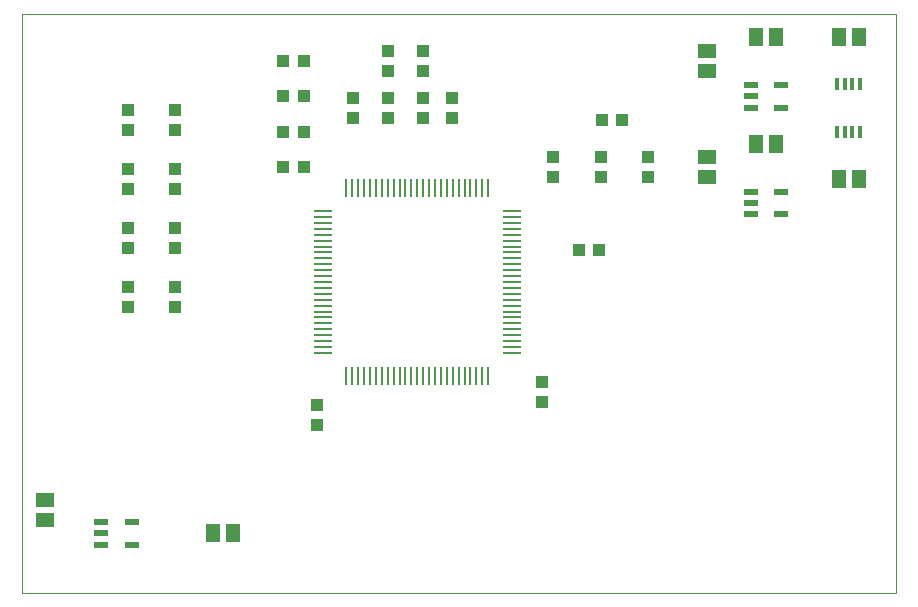
<source format=gtp>
G75*
%MOIN*%
%OFA0B0*%
%FSLAX24Y24*%
%IPPOS*%
%LPD*%
%AMOC8*
5,1,8,0,0,1.08239X$1,22.5*
%
%ADD10C,0.0000*%
%ADD11R,0.0591X0.0108*%
%ADD12R,0.0108X0.0591*%
%ADD13R,0.0177X0.0394*%
%ADD14R,0.0512X0.0591*%
%ADD15R,0.0472X0.0217*%
%ADD16R,0.0591X0.0512*%
%ADD17R,0.0394X0.0433*%
%ADD18R,0.0433X0.0394*%
D10*
X000160Y000160D02*
X000160Y019451D01*
X029294Y019451D01*
X029294Y000160D01*
X000160Y000160D01*
D11*
X010192Y008148D03*
X010192Y008345D03*
X010192Y008542D03*
X010192Y008739D03*
X010192Y008936D03*
X010192Y009132D03*
X010192Y009329D03*
X010192Y009526D03*
X010192Y009723D03*
X010192Y009920D03*
X010192Y010117D03*
X010192Y010314D03*
X010192Y010510D03*
X010192Y010707D03*
X010192Y010904D03*
X010192Y011101D03*
X010192Y011298D03*
X010192Y011495D03*
X010192Y011692D03*
X010192Y011888D03*
X010192Y012085D03*
X010192Y012282D03*
X010192Y012479D03*
X010192Y012676D03*
X010192Y012873D03*
X016491Y012873D03*
X016491Y012676D03*
X016491Y012479D03*
X016491Y012282D03*
X016491Y012085D03*
X016491Y011888D03*
X016491Y011692D03*
X016491Y011495D03*
X016491Y011298D03*
X016491Y011101D03*
X016491Y010904D03*
X016491Y010707D03*
X016491Y010510D03*
X016491Y010314D03*
X016491Y010117D03*
X016491Y009920D03*
X016491Y009723D03*
X016491Y009526D03*
X016491Y009329D03*
X016491Y009132D03*
X016491Y008936D03*
X016491Y008739D03*
X016491Y008542D03*
X016491Y008345D03*
X016491Y008148D03*
D12*
X015703Y007361D03*
X015506Y007361D03*
X015310Y007361D03*
X015113Y007361D03*
X014916Y007361D03*
X014719Y007361D03*
X014522Y007361D03*
X014325Y007361D03*
X014129Y007361D03*
X013932Y007361D03*
X013735Y007361D03*
X013538Y007361D03*
X013341Y007361D03*
X013144Y007361D03*
X012947Y007361D03*
X012751Y007361D03*
X012554Y007361D03*
X012357Y007361D03*
X012160Y007361D03*
X011963Y007361D03*
X011766Y007361D03*
X011569Y007361D03*
X011373Y007361D03*
X011176Y007361D03*
X010979Y007361D03*
X010979Y013660D03*
X011176Y013660D03*
X011373Y013660D03*
X011569Y013660D03*
X011766Y013660D03*
X011963Y013660D03*
X012160Y013660D03*
X012357Y013660D03*
X012554Y013660D03*
X012751Y013660D03*
X012947Y013660D03*
X013144Y013660D03*
X013341Y013660D03*
X013538Y013660D03*
X013735Y013660D03*
X013932Y013660D03*
X014129Y013660D03*
X014325Y013660D03*
X014522Y013660D03*
X014719Y013660D03*
X014916Y013660D03*
X015113Y013660D03*
X015310Y013660D03*
X015506Y013660D03*
X015703Y013660D03*
D13*
X027335Y015495D03*
X027591Y015495D03*
X027847Y015495D03*
X028103Y015495D03*
X028103Y017109D03*
X027847Y017109D03*
X027591Y017109D03*
X027335Y017109D03*
D14*
X027384Y018664D03*
X028054Y018664D03*
X025298Y018664D03*
X024629Y018664D03*
X024629Y015121D03*
X025298Y015121D03*
X027384Y013940D03*
X028054Y013940D03*
X007188Y002129D03*
X006518Y002129D03*
D15*
X003821Y002503D03*
X002798Y002503D03*
X002798Y002129D03*
X002798Y001755D03*
X003821Y001755D03*
X024451Y012778D03*
X024451Y013152D03*
X024451Y013526D03*
X025475Y013526D03*
X025475Y012778D03*
X025475Y016321D03*
X024451Y016321D03*
X024451Y016695D03*
X024451Y017069D03*
X025475Y017069D03*
D16*
X022995Y017542D03*
X022995Y018211D03*
X022995Y014668D03*
X022995Y013999D03*
X000947Y003251D03*
X000947Y002581D03*
D17*
X010003Y005731D03*
X010003Y006400D03*
X005278Y009668D03*
X005278Y010337D03*
X005278Y011636D03*
X005278Y012306D03*
X005278Y013605D03*
X005278Y014274D03*
X005278Y015573D03*
X005278Y016243D03*
X011184Y015967D03*
X011184Y016636D03*
X012365Y016636D03*
X012365Y015967D03*
X012365Y017542D03*
X012365Y018211D03*
X013546Y018211D03*
X013546Y017542D03*
X014491Y016636D03*
X014491Y015967D03*
X017483Y007188D03*
X017483Y006518D03*
D18*
X018723Y011577D03*
X019392Y011577D03*
X019451Y013999D03*
X019451Y014668D03*
X021026Y014668D03*
X021026Y013999D03*
X020180Y015908D03*
X019510Y015908D03*
X017877Y014668D03*
X017877Y013999D03*
X013546Y015967D03*
X013546Y016636D03*
X009550Y016695D03*
X008881Y016695D03*
X008881Y015514D03*
X009550Y015514D03*
X009550Y014333D03*
X008881Y014333D03*
X008881Y017877D03*
X009550Y017877D03*
X003703Y016243D03*
X003703Y015573D03*
X003703Y014274D03*
X003703Y013605D03*
X003703Y012306D03*
X003703Y011636D03*
X003703Y010337D03*
X003703Y009668D03*
M02*

</source>
